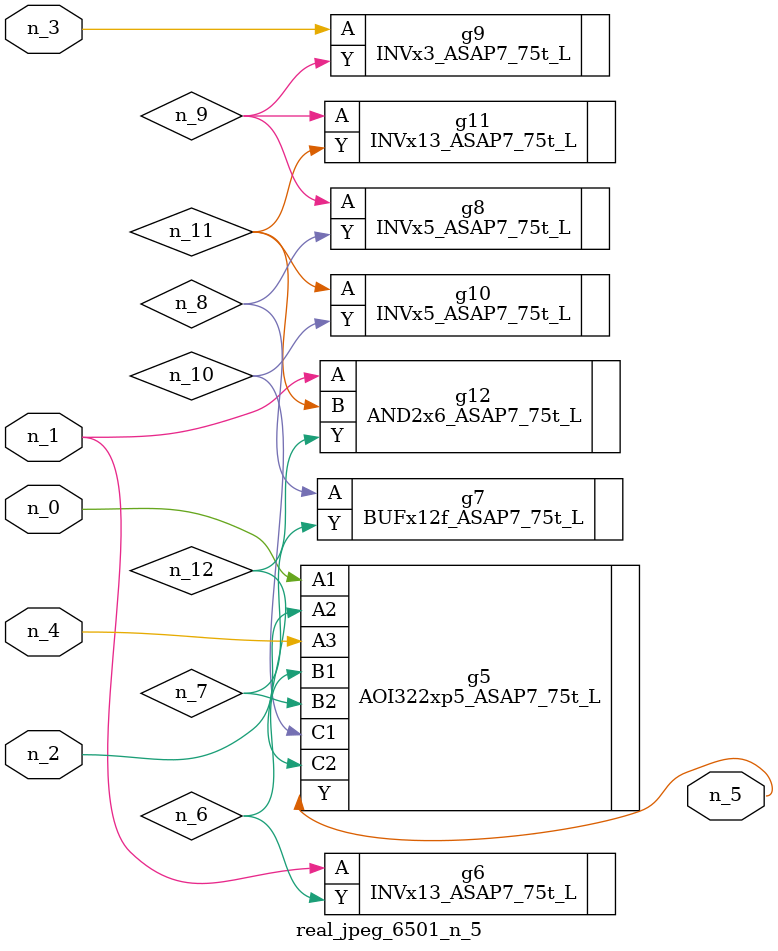
<source format=v>
module real_jpeg_6501_n_5 (n_4, n_0, n_1, n_2, n_3, n_5);

input n_4;
input n_0;
input n_1;
input n_2;
input n_3;

output n_5;

wire n_12;
wire n_8;
wire n_11;
wire n_6;
wire n_7;
wire n_10;
wire n_9;

AOI322xp5_ASAP7_75t_L g5 ( 
.A1(n_0),
.A2(n_2),
.A3(n_4),
.B1(n_6),
.B2(n_7),
.C1(n_10),
.C2(n_12),
.Y(n_5)
);

INVx13_ASAP7_75t_L g6 ( 
.A(n_1),
.Y(n_6)
);

AND2x6_ASAP7_75t_L g12 ( 
.A(n_1),
.B(n_11),
.Y(n_12)
);

INVx3_ASAP7_75t_L g9 ( 
.A(n_3),
.Y(n_9)
);

BUFx12f_ASAP7_75t_L g7 ( 
.A(n_8),
.Y(n_7)
);

INVx5_ASAP7_75t_L g8 ( 
.A(n_9),
.Y(n_8)
);

INVx13_ASAP7_75t_L g11 ( 
.A(n_9),
.Y(n_11)
);

INVx5_ASAP7_75t_L g10 ( 
.A(n_11),
.Y(n_10)
);


endmodule
</source>
